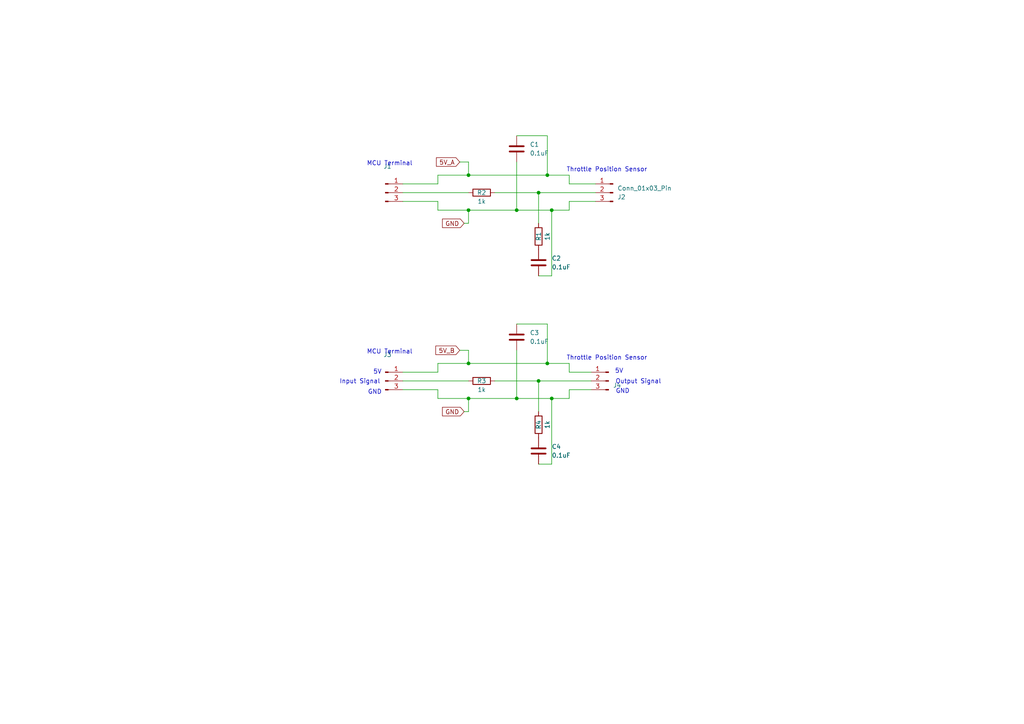
<source format=kicad_sch>
(kicad_sch (version 20231120) (generator "eeschema") (generator_version "8.0")
  (paper "A4")
  (lib_symbols
    (symbol "Conn_01x03_Pin_3" (pin_names (offset 1.016) hide)
      (property "Reference" "J1" (at 0.635 7.62 0))
      (symbol "Conn_01x03_Pin_3_1_1"
        (polyline (pts (xy 1.27 -2.54) (xy 0.8636 -2.54)) (stroke (width 0.1524)))
        (polyline (pts (xy 1.27 0) (xy 0.8636 0)) (stroke (width 0.1524)))
        (polyline (pts (xy 1.27 2.54) (xy 0.8636 2.54)) (stroke (width 0.1524)))
        (rectangle (start 0.8636 -2.413) (end 0 -2.667) (stroke (width 0.1524)) (fill (type outline)))
        (rectangle (start 0.8636 0.127) (end 0 -0.127) (stroke (width 0.1524)) (fill (type outline)))
        (rectangle (start 0.8636 2.667) (end 0 2.413) (stroke (width 0.1524)) (fill (type outline)))
        (pin power_out line (at 5.08 2.54 180) (length 3.81) (name "Pin_1") (number "1"))
        (pin passive line (at 5.08 0 180) (length 3.81) (name "Pin_2") (number "2"))
        (pin power_out line (at 5.08 -2.54 180) (length 3.81) (name "Pin_3") (number "3"))
      )
    )
    (symbol "Conn_01x03_Pin_4" (pin_names (offset 1.016) hide)
      (property "Reference" "J2" (at -1.27 -1.2701 0))
      (symbol "Conn_01x03_Pin_4_1_1"
        (polyline (pts (xy 1.27 -2.54) (xy 0.8636 -2.54)) (stroke (width 0.1524)))
        (polyline (pts (xy 1.27 0) (xy 0.8636 0)) (stroke (width 0.1524)))
        (polyline (pts (xy 1.27 2.54) (xy 0.8636 2.54)) (stroke (width 0.1524)))
        (rectangle (start 0.8636 -2.413) (end 0 -2.667) (stroke (width 0.1524)) (fill (type outline)))
        (rectangle (start 0.8636 0.127) (end 0 -0.127) (stroke (width 0.1524)) (fill (type outline)))
        (rectangle (start 0.8636 2.667) (end 0 2.413) (stroke (width 0.1524)) (fill (type outline)))
        (pin power_in line (at 5.08 2.54 180) (length 3.81) (name "Pin_1") (number "1"))
        (pin passive line (at 5.08 0 180) (length 3.81) (name "Pin_2") (number "2"))
        (pin power_in line (at 5.08 -2.54 180) (length 3.81) (name "Pin_3") (number "3"))
      )
    )
    (symbol "Device:C" (pin_numbers hide) (pin_names (offset 0.254))
      (property "Reference" "C" (at 0.635 2.54 0))
      (property "Value" "C" (at 0.635 -2.54 0))
      (symbol "C_0_1"
        (polyline (pts (xy -2.032 -0.762) (xy 2.032 -0.762)) (stroke (width 0.508)))
        (polyline (pts (xy -2.032 0.762) (xy 2.032 0.762)) (stroke (width 0.508)))
      )
      (symbol "C_1_1"
        (pin passive line (at 0 3.81 270) (length 2.794) (name "~") (number "1"))
        (pin passive line (at 0 -3.81 90) (length 2.794) (name "~") (number "2"))
      )
    )
    (symbol "Device:R" (pin_numbers hide) (pin_names (offset 0))
      (property "Reference" "R" (at 2.032 0 90))
      (property "Value" "R" (at 0 0 90))
      (symbol "R_0_1"
        (rectangle (start -1.016 -2.54) (end 1.016 2.54) (stroke (width 0.254)))
      )
      (symbol "R_1_1"
        (pin passive line (at 0 3.81 270) (length 1.27) (name "~") (number "1"))
        (pin passive line (at 0 -3.81 90) (length 1.27) (name "~") (number "2"))
      )
    )
  )
  (junction (at 156.21 110.49))
  (junction (at 160.02 115.57))
  (junction (at 158.75 105.41))
  (junction (at 149.86 115.57))
  (junction (at 135.89 115.57))
  (junction (at 135.89 50.8))
  (junction (at 135.89 105.41))
  (junction (at 160.02 60.96))
  (junction (at 135.89 60.96))
  (junction (at 149.86 60.96))
  (junction (at 156.21 55.88))
  (junction (at 158.75 50.8))
  (wire (pts (xy 143.51 55.88) (xy 156.21 55.88)))
  (wire (pts (xy 149.86 39.37) (xy 158.75 39.37)))
  (wire (pts (xy 149.86 46.99) (xy 149.86 60.96)))
  (wire (pts (xy 127 115.57) (xy 135.89 115.57)))
  (wire (pts (xy 149.86 115.57) (xy 160.02 115.57)))
  (wire (pts (xy 127 60.96) (xy 135.89 60.96)))
  (wire (pts (xy 158.75 93.98) (xy 158.75 105.41)))
  (wire (pts (xy 135.89 105.41) (xy 158.75 105.41)))
  (wire (pts (xy 127 105.41) (xy 127 107.95)))
  (wire (pts (xy 116.84 58.42) (xy 127 58.42)))
  (wire (pts (xy 133.35 101.6) (xy 135.89 101.6)))
  (wire (pts (xy 165.1 115.57) (xy 165.1 113.03)))
  (wire (pts (xy 165.1 60.96) (xy 165.1 58.42)))
  (wire (pts (xy 165.1 113.03) (xy 171.45 113.03)))
  (wire (pts (xy 160.02 115.57) (xy 165.1 115.57)))
  (wire (pts (xy 160.02 115.57) (xy 160.02 134.62)))
  (wire (pts (xy 134.62 119.38) (xy 135.89 119.38)))
  (wire (pts (xy 156.21 64.77) (xy 156.21 55.88)))
  (wire (pts (xy 156.21 110.49) (xy 171.45 110.49)))
  (wire (pts (xy 135.89 64.77) (xy 135.89 60.96)))
  (wire (pts (xy 127 113.03) (xy 127 115.57)))
  (wire (pts (xy 133.35 46.99) (xy 135.89 46.99)))
  (wire (pts (xy 127 50.8) (xy 127 53.34)))
  (wire (pts (xy 135.89 119.38) (xy 135.89 115.57)))
  (wire (pts (xy 158.75 50.8) (xy 165.1 50.8)))
  (wire (pts (xy 158.75 105.41) (xy 165.1 105.41)))
  (wire (pts (xy 165.1 53.34) (xy 172.72 53.34)))
  (wire (pts (xy 160.02 60.96) (xy 165.1 60.96)))
  (wire (pts (xy 127 58.42) (xy 127 60.96)))
  (wire (pts (xy 158.75 39.37) (xy 158.75 50.8)))
  (wire (pts (xy 165.1 107.95) (xy 171.45 107.95)))
  (wire (pts (xy 160.02 60.96) (xy 160.02 80.01)))
  (wire (pts (xy 116.84 53.34) (xy 127 53.34)))
  (wire (pts (xy 165.1 105.41) (xy 165.1 107.95)))
  (wire (pts (xy 156.21 80.01) (xy 160.02 80.01)))
  (wire (pts (xy 156.21 119.38) (xy 156.21 110.49)))
  (wire (pts (xy 149.86 93.98) (xy 158.75 93.98)))
  (wire (pts (xy 135.89 46.99) (xy 135.89 50.8)))
  (wire (pts (xy 116.84 113.03) (xy 127 113.03)))
  (wire (pts (xy 149.86 101.6) (xy 149.86 115.57)))
  (wire (pts (xy 135.89 101.6) (xy 135.89 105.41)))
  (wire (pts (xy 116.84 55.88) (xy 135.89 55.88)))
  (wire (pts (xy 135.89 60.96) (xy 149.86 60.96)))
  (wire (pts (xy 149.86 60.96) (xy 160.02 60.96)))
  (wire (pts (xy 127 50.8) (xy 135.89 50.8)))
  (wire (pts (xy 156.21 134.62) (xy 160.02 134.62)))
  (wire (pts (xy 135.89 50.8) (xy 158.75 50.8)))
  (wire (pts (xy 156.21 55.88) (xy 172.72 55.88)))
  (wire (pts (xy 165.1 50.8) (xy 165.1 53.34)))
  (wire (pts (xy 134.62 64.77) (xy 135.89 64.77)))
  (wire (pts (xy 127 105.41) (xy 135.89 105.41)))
  (wire (pts (xy 116.84 110.49) (xy 135.89 110.49)))
  (wire (pts (xy 135.89 115.57) (xy 149.86 115.57)))
  (wire (pts (xy 116.84 107.95) (xy 127 107.95)))
  (wire (pts (xy 165.1 58.42) (xy 172.72 58.42)))
  (wire (pts (xy 143.51 110.49) (xy 156.21 110.49)))
  (text "Throttle Position Sensor" (at 176.022 49.276 0) (effects (font (size 1.27 1.27))))
  (text "5V" (at 109.474 107.95 0) (effects (font (size 1.27 1.27))))
  (text "MCU Terminal" (at 113.03 102.108 0) (effects (font (size 1.27 1.27))))
  (text "Throttle Position Sensor" (at 176.022 103.886 0) (effects (font (size 1.27 1.27))))
  (text "Output Signal" (at 185.166 110.744 0) (effects (font (size 1.27 1.27))))
  (text "MCU Terminal" (at 113.03 47.498 0) (effects (font (size 1.27 1.27))))
  (text "GND" (at 180.594 113.538 0) (effects (font (size 1.27 1.27))))
  (text "5V" (at 179.578 107.696 0) (effects (font (size 1.27 1.27))))
  (text "Input Signal" (at 104.394 110.744 0) (effects (font (size 1.27 1.27))))
  (text "GND" (at 108.712 113.792 0) (effects (font (size 1.27 1.27))))
  (global_label "GND" (shape input) (at 134.62 64.77 180) (property "Intersheetrefs" "${INTERSHEET_REFS}" (effects (hide yes))))
  (global_label "GND" (shape input) (at 134.62 119.38 180) (property "Intersheetrefs" "${INTERSHEET_REFS}" (effects (hide yes))))
  (global_label "5V_B" (shape input) (at 133.35 101.6 180) (property "Intersheetrefs" "${INTERSHEET_REFS}" (effects (hide yes))))
  (global_label "5V_A" (shape input) (at 133.35 46.99 180) (property "Intersheetrefs" "${INTERSHEET_REFS}" (effects (hide yes))))
  (symbol (lib_id "Device:R") (at 139.7 55.88 90) (unit 1)
    (property "Reference" "R2" (at 139.7 55.88 90))
    (property "Value" "1k" (at 139.7 58.42 90))
    (property "Footprint" "Resistor_THT:R_Axial_DIN0207_L6.3mm_D2.5mm_P10.16mm_Horizontal" (effects (hide yes)))
    (property "Datasheet" "https://www.farnell.com/datasheets/3436052.pdf?_gl=1*j4k0i6*_gcl_au*OTY1ODIxNDc3LjE3MzU0MDg2OTk." (effects (hide yes)))
    (property "Description" "Resistor" (effects (hide yes)))
    (property "Part Number" "MCF 0.25W 1K" (effects (hide yes)))
  )
  (symbol (lib_id "Device:C") (at 156.21 130.81 0) (unit 1)
    (property "Reference" "C4" (at 160.02 129.5399 0) (effects (justify left)))
    (property "Value" "0.1uF" (at 160.02 132.0799 0) (effects (justify left)))
    (property "Footprint" "FA14_Capacitor:FA18X7R1H104KNU00" (effects (hide yes)))
    (property "Datasheet" "http://www.farnell.com/datasheets/2923220.pdf" (effects (hide yes)))
    (property "Description" "Unpolarized capacitor" (effects (hide yes)))
    (property "Part Number" "FA18X7R1H104KNU00" (effects (hide yes)))
  )
  (symbol (lib_id "Device:R") (at 139.7 110.49 90) (unit 1)
    (property "Reference" "R3" (at 139.7 110.49 90))
    (property "Value" "1k" (at 139.7 113.03 90))
    (property "Footprint" "Resistor_THT:R_Axial_DIN0207_L6.3mm_D2.5mm_P10.16mm_Horizontal" (effects (hide yes)))
    (property "Datasheet" "https://www.farnell.com/datasheets/3436052.pdf?_gl=1*j4k0i6*_gcl_au*OTY1ODIxNDc3LjE3MzU0MDg2OTk." (effects (hide yes)))
    (property "Description" "Resistor" (effects (hide yes)))
    (property "Part Number" "MCF 0.25W 1K" (effects (hide yes)))
  )
  (symbol (lib_id "Device:C") (at 149.86 43.18 0) (unit 1)
    (property "Reference" "C1" (at 153.67 41.9099 0) (effects (justify left)))
    (property "Value" "0.1uF" (at 153.67 44.4499 0) (effects (justify left)))
    (property "Footprint" "FA14_Capacitor:FA18X7R1H104KNU00" (effects (hide yes)))
    (property "Datasheet" "http://www.farnell.com/datasheets/2923220.pdf" (effects (hide yes)))
    (property "Description" "Unpolarized capacitor" (effects (hide yes)))
    (property "Part Number" "FA18X7R1H104KNU00" (effects (hide yes)))
  )
  (symbol (lib_id "Device:C") (at 149.86 97.79 0) (unit 1)
    (property "Reference" "C3" (at 153.67 96.5199 0) (effects (justify left)))
    (property "Value" "0.1uF" (at 153.67 99.0599 0) (effects (justify left)))
    (property "Footprint" "FA14_Capacitor:FA18X7R1H104KNU00" (effects (hide yes)))
    (property "Datasheet" "http://www.farnell.com/datasheets/2923220.pdf" (effects (hide yes)))
    (property "Description" "Unpolarized capacitor" (effects (hide yes)))
    (property "Part Number" "FA18X7R1H104KNU00" (effects (hide yes)))
  )
  (symbol (lib_id "Device:R") (at 156.21 123.19 180) (unit 1)
    (property "Reference" "R4" (at 156.21 123.19 90))
    (property "Value" "1k" (at 158.75 123.19 90))
    (property "Footprint" "Resistor_THT:R_Axial_DIN0207_L6.3mm_D2.5mm_P10.16mm_Horizontal" (effects (hide yes)))
    (property "Datasheet" "https://www.farnell.com/datasheets/3436052.pdf?_gl=1*j4k0i6*_gcl_au*OTY1ODIxNDc3LjE3MzU0MDg2OTk." (effects (hide yes)))
    (property "Description" "Resistor" (effects (hide yes)))
    (property "Part Number" "MCF 0.25W 1K" (effects (hide yes)))
  )
  (symbol (lib_name "Conn_01x03_Pin_3") (lib_id "Connector:Conn_01x03_Pin") (at 111.76 55.88 0) (unit 1)
    (property "Reference" "J1" (at 112.395 48.26 0))
    (property "Value" "Conn_01x03_Pin" (effects (hide yes)))
    (property "Footprint" "Connector_JST:JST_XH_B3B-XH-A_1x03_P2.50mm_Vertical" (effects (hide yes)))
    (property "Datasheet" "https://www.jst-mfg.com/product/pdf/eng/eXH.pdf" (effects (hide yes)))
    (property "Description" "Generic connector, single row, 01x03, script generated" (effects (hide yes)))
    (property "Part Number" "B3B-XH-A" (effects (hide yes)))
  )
  (symbol (lib_name "Conn_01x03_Pin_3") (lib_id "Connector:Conn_01x03_Pin") (at 111.76 110.49 0) (unit 1)
    (property "Reference" "J3" (at 112.395 102.87 0))
    (property "Value" "Conn_01x03_Pin" (effects (hide yes)))
    (property "Footprint" "Connector_JST:JST_XH_B3B-XH-A_1x03_P2.50mm_Vertical" (effects (hide yes)))
    (property "Datasheet" "https://www.jst-mfg.com/product/pdf/eng/eXH.pdf" (effects (hide yes)))
    (property "Description" "Generic connector, single row, 01x03, script generated" (effects (hide yes)))
    (property "Part Number" "B3B-XH-A" (effects (hide yes)))
  )
  (symbol (lib_name "Conn_01x03_Pin_4") (lib_id "Connector:Conn_01x03_Pin") (at 177.8 55.88 0) (mirror y) (unit 1)
    (property "Reference" "J2" (at 179.07 57.1501 0) (effects (justify right)))
    (property "Value" "Conn_01x03_Pin" (at 179.07 54.6101 0) (effects (justify right)))
    (property "Footprint" "Connector_JST:JST_XH_B3B-XH-A_1x03_P2.50mm_Vertical" (effects (hide yes)))
    (property "Datasheet" "https://www.jst-mfg.com/product/pdf/eng/eXH.pdf" (effects (hide yes)))
    (property "Description" "Generic connector, single row, 01x03, script generated" (effects (hide yes)))
    (property "Part Number" "B3B-XH-A" (effects (hide yes)))
  )
  (symbol (lib_id "Device:R") (at 156.21 68.58 180) (unit 1)
    (property "Reference" "R1" (at 156.21 68.58 90))
    (property "Value" "1k" (at 158.75 68.58 90))
    (property "Footprint" "Resistor_THT:R_Axial_DIN0207_L6.3mm_D2.5mm_P10.16mm_Horizontal" (effects (hide yes)))
    (property "Datasheet" "https://www.farnell.com/datasheets/3436052.pdf?_gl=1*j4k0i6*_gcl_au*OTY1ODIxNDc3LjE3MzU0MDg2OTk." (effects (hide yes)))
    (property "Description" "Resistor" (effects (hide yes)))
    (property "Part Number" "MCF 0.25W 1K" (effects (hide yes)))
  )
  (symbol (lib_id "Device:C") (at 156.21 76.2 0) (unit 1)
    (property "Reference" "C2" (at 160.02 74.9299 0) (effects (justify left)))
    (property "Value" "0.1uF" (at 160.02 77.4699 0) (effects (justify left)))
    (property "Footprint" "FA14_Capacitor:FA18X7R1H104KNU00" (effects (hide yes)))
    (property "Datasheet" "http://www.farnell.com/datasheets/2923220.pdf" (effects (hide yes)))
    (property "Description" "Unpolarized capacitor" (effects (hide yes)))
    (property "Part Number" "FA18X7R1H104KNU00" (effects (hide yes)))
  )
  (symbol (lib_name "Conn_01x03_Pin_4") (lib_id "Connector:Conn_01x03_Pin") (at 176.53 110.49 0) (mirror y) (unit 1)
    (property "Reference" "J4" (at 177.8 111.7601 0) (effects (justify right)))
    (property "Value" "Conn_01x03_Pin" (effects (hide yes)))
    (property "Footprint" "Connector_JST:JST_XH_B3B-XH-A_1x03_P2.50mm_Vertical" (effects (hide yes)))
    (property "Datasheet" "https://www.jst-mfg.com/product/pdf/eng/eXH.pdf" (effects (hide yes)))
    (property "Description" "Generic connector, single row, 01x03, script generated" (effects (hide yes)))
    (property "Part Number" "B3B-XH-A" (effects (hide yes)))
  )
)
</source>
